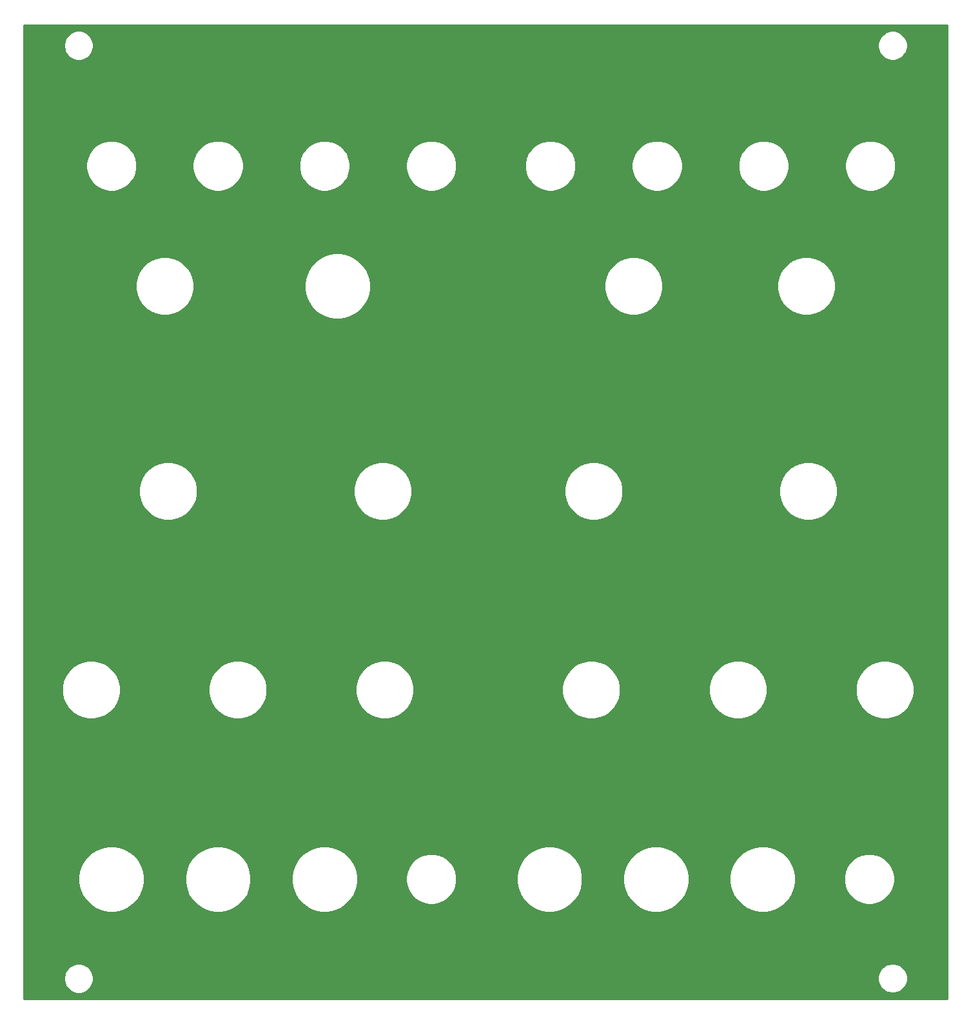
<source format=gtl>
%TF.GenerationSoftware,KiCad,Pcbnew,(5.1.12)-1*%
%TF.CreationDate,2021-11-26T16:51:06-08:00*%
%TF.ProjectId,VCO Front Pannel,56434f20-4672-46f6-9e74-2050616e6e65,rev?*%
%TF.SameCoordinates,Original*%
%TF.FileFunction,Copper,L1,Top*%
%TF.FilePolarity,Positive*%
%FSLAX46Y46*%
G04 Gerber Fmt 4.6, Leading zero omitted, Abs format (unit mm)*
G04 Created by KiCad (PCBNEW (5.1.12)-1) date 2021-11-26 16:51:06*
%MOMM*%
%LPD*%
G01*
G04 APERTURE LIST*
%TA.AperFunction,NonConductor*%
%ADD10C,0.254000*%
%TD*%
%TA.AperFunction,NonConductor*%
%ADD11C,0.100000*%
%TD*%
G04 APERTURE END LIST*
D10*
X153068001Y-152948000D02*
X31852000Y-152948000D01*
X31852000Y-150106710D01*
X37037496Y-150106710D01*
X37037496Y-150493290D01*
X37112914Y-150872441D01*
X37260851Y-151229594D01*
X37475623Y-151551024D01*
X37748976Y-151824377D01*
X38070406Y-152039149D01*
X38427559Y-152187086D01*
X38806710Y-152262504D01*
X39193290Y-152262504D01*
X39572441Y-152187086D01*
X39929594Y-152039149D01*
X40251024Y-151824377D01*
X40524377Y-151551024D01*
X40739149Y-151229594D01*
X40887086Y-150872441D01*
X40962504Y-150493290D01*
X40962504Y-150106710D01*
X40955821Y-150073110D01*
X143937496Y-150073110D01*
X143937496Y-150459690D01*
X144012914Y-150838841D01*
X144160851Y-151195994D01*
X144375623Y-151517424D01*
X144648976Y-151790777D01*
X144970406Y-152005549D01*
X145327559Y-152153486D01*
X145706710Y-152228904D01*
X146093290Y-152228904D01*
X146472441Y-152153486D01*
X146829594Y-152005549D01*
X147151024Y-151790777D01*
X147424377Y-151517424D01*
X147639149Y-151195994D01*
X147787086Y-150838841D01*
X147862504Y-150459690D01*
X147862504Y-150073110D01*
X147787086Y-149693959D01*
X147639149Y-149336806D01*
X147424377Y-149015376D01*
X147151024Y-148742023D01*
X146829594Y-148527251D01*
X146472441Y-148379314D01*
X146093290Y-148303896D01*
X145706710Y-148303896D01*
X145327559Y-148379314D01*
X144970406Y-148527251D01*
X144648976Y-148742023D01*
X144375623Y-149015376D01*
X144160851Y-149336806D01*
X144012914Y-149693959D01*
X143937496Y-150073110D01*
X40955821Y-150073110D01*
X40887086Y-149727559D01*
X40739149Y-149370406D01*
X40524377Y-149048976D01*
X40251024Y-148775623D01*
X39929594Y-148560851D01*
X39572441Y-148412914D01*
X39193290Y-148337496D01*
X38806710Y-148337496D01*
X38427559Y-148412914D01*
X38070406Y-148560851D01*
X37748976Y-148775623D01*
X37475623Y-149048976D01*
X37260851Y-149370406D01*
X37112914Y-149727559D01*
X37037496Y-150106710D01*
X31852000Y-150106710D01*
X31852000Y-136813469D01*
X38956052Y-136813469D01*
X38956052Y-137670531D01*
X39123257Y-138511125D01*
X39451240Y-139302947D01*
X39927398Y-140015567D01*
X40533433Y-140621602D01*
X41246053Y-141097760D01*
X42037875Y-141425743D01*
X42878469Y-141592948D01*
X43735531Y-141592948D01*
X44576125Y-141425743D01*
X45367947Y-141097760D01*
X46080567Y-140621602D01*
X46686602Y-140015567D01*
X47162760Y-139302947D01*
X47490743Y-138511125D01*
X47657948Y-137670531D01*
X47657948Y-136813469D01*
X52956052Y-136813469D01*
X52956052Y-137670531D01*
X53123257Y-138511125D01*
X53451240Y-139302947D01*
X53927398Y-140015567D01*
X54533433Y-140621602D01*
X55246053Y-141097760D01*
X56037875Y-141425743D01*
X56878469Y-141592948D01*
X57735531Y-141592948D01*
X58576125Y-141425743D01*
X59367947Y-141097760D01*
X60080567Y-140621602D01*
X60686602Y-140015567D01*
X61162760Y-139302947D01*
X61490743Y-138511125D01*
X61657948Y-137670531D01*
X61657948Y-136813469D01*
X66956052Y-136813469D01*
X66956052Y-137670531D01*
X67123257Y-138511125D01*
X67451240Y-139302947D01*
X67927398Y-140015567D01*
X68533433Y-140621602D01*
X69246053Y-141097760D01*
X70037875Y-141425743D01*
X70878469Y-141592948D01*
X71735531Y-141592948D01*
X72576125Y-141425743D01*
X73367947Y-141097760D01*
X74080567Y-140621602D01*
X74686602Y-140015567D01*
X75162760Y-139302947D01*
X75490743Y-138511125D01*
X75657948Y-137670531D01*
X75657948Y-136911486D01*
X81951237Y-136911486D01*
X81951237Y-137572514D01*
X82080197Y-138220840D01*
X82333161Y-138831550D01*
X82700409Y-139381174D01*
X83167826Y-139848591D01*
X83717450Y-140215839D01*
X84328160Y-140468803D01*
X84976486Y-140597763D01*
X85637514Y-140597763D01*
X86285840Y-140468803D01*
X86896550Y-140215839D01*
X87446174Y-139848591D01*
X87913591Y-139381174D01*
X88280839Y-138831550D01*
X88533803Y-138220840D01*
X88662763Y-137572514D01*
X88662763Y-136911486D01*
X88643267Y-136813469D01*
X96480052Y-136813469D01*
X96480052Y-137670531D01*
X96647257Y-138511125D01*
X96975240Y-139302947D01*
X97451398Y-140015567D01*
X98057433Y-140621602D01*
X98770053Y-141097760D01*
X99561875Y-141425743D01*
X100402469Y-141592948D01*
X101259531Y-141592948D01*
X102100125Y-141425743D01*
X102891947Y-141097760D01*
X103604567Y-140621602D01*
X104210602Y-140015567D01*
X104686760Y-139302947D01*
X105014743Y-138511125D01*
X105181948Y-137670531D01*
X105181948Y-136813469D01*
X110480052Y-136813469D01*
X110480052Y-137670531D01*
X110647257Y-138511125D01*
X110975240Y-139302947D01*
X111451398Y-140015567D01*
X112057433Y-140621602D01*
X112770053Y-141097760D01*
X113561875Y-141425743D01*
X114402469Y-141592948D01*
X115259531Y-141592948D01*
X116100125Y-141425743D01*
X116891947Y-141097760D01*
X117604567Y-140621602D01*
X118210602Y-140015567D01*
X118686760Y-139302947D01*
X119014743Y-138511125D01*
X119181948Y-137670531D01*
X119181948Y-136813469D01*
X124480052Y-136813469D01*
X124480052Y-137670531D01*
X124647257Y-138511125D01*
X124975240Y-139302947D01*
X125451398Y-140015567D01*
X126057433Y-140621602D01*
X126770053Y-141097760D01*
X127561875Y-141425743D01*
X128402469Y-141592948D01*
X129259531Y-141592948D01*
X130100125Y-141425743D01*
X130891947Y-141097760D01*
X131604567Y-140621602D01*
X132210602Y-140015567D01*
X132686760Y-139302947D01*
X133014743Y-138511125D01*
X133181948Y-137670531D01*
X133181948Y-136911486D01*
X139475237Y-136911486D01*
X139475237Y-137572514D01*
X139604197Y-138220840D01*
X139857161Y-138831550D01*
X140224409Y-139381174D01*
X140691826Y-139848591D01*
X141241450Y-140215839D01*
X141852160Y-140468803D01*
X142500486Y-140597763D01*
X143161514Y-140597763D01*
X143809840Y-140468803D01*
X144420550Y-140215839D01*
X144970174Y-139848591D01*
X145437591Y-139381174D01*
X145804839Y-138831550D01*
X146057803Y-138220840D01*
X146186763Y-137572514D01*
X146186763Y-136911486D01*
X146057803Y-136263160D01*
X145804839Y-135652450D01*
X145437591Y-135102826D01*
X144970174Y-134635409D01*
X144420550Y-134268161D01*
X143809840Y-134015197D01*
X143161514Y-133886237D01*
X142500486Y-133886237D01*
X141852160Y-134015197D01*
X141241450Y-134268161D01*
X140691826Y-134635409D01*
X140224409Y-135102826D01*
X139857161Y-135652450D01*
X139604197Y-136263160D01*
X139475237Y-136911486D01*
X133181948Y-136911486D01*
X133181948Y-136813469D01*
X133014743Y-135972875D01*
X132686760Y-135181053D01*
X132210602Y-134468433D01*
X131604567Y-133862398D01*
X130891947Y-133386240D01*
X130100125Y-133058257D01*
X129259531Y-132891052D01*
X128402469Y-132891052D01*
X127561875Y-133058257D01*
X126770053Y-133386240D01*
X126057433Y-133862398D01*
X125451398Y-134468433D01*
X124975240Y-135181053D01*
X124647257Y-135972875D01*
X124480052Y-136813469D01*
X119181948Y-136813469D01*
X119014743Y-135972875D01*
X118686760Y-135181053D01*
X118210602Y-134468433D01*
X117604567Y-133862398D01*
X116891947Y-133386240D01*
X116100125Y-133058257D01*
X115259531Y-132891052D01*
X114402469Y-132891052D01*
X113561875Y-133058257D01*
X112770053Y-133386240D01*
X112057433Y-133862398D01*
X111451398Y-134468433D01*
X110975240Y-135181053D01*
X110647257Y-135972875D01*
X110480052Y-136813469D01*
X105181948Y-136813469D01*
X105014743Y-135972875D01*
X104686760Y-135181053D01*
X104210602Y-134468433D01*
X103604567Y-133862398D01*
X102891947Y-133386240D01*
X102100125Y-133058257D01*
X101259531Y-132891052D01*
X100402469Y-132891052D01*
X99561875Y-133058257D01*
X98770053Y-133386240D01*
X98057433Y-133862398D01*
X97451398Y-134468433D01*
X96975240Y-135181053D01*
X96647257Y-135972875D01*
X96480052Y-136813469D01*
X88643267Y-136813469D01*
X88533803Y-136263160D01*
X88280839Y-135652450D01*
X87913591Y-135102826D01*
X87446174Y-134635409D01*
X86896550Y-134268161D01*
X86285840Y-134015197D01*
X85637514Y-133886237D01*
X84976486Y-133886237D01*
X84328160Y-134015197D01*
X83717450Y-134268161D01*
X83167826Y-134635409D01*
X82700409Y-135102826D01*
X82333161Y-135652450D01*
X82080197Y-136263160D01*
X81951237Y-136911486D01*
X75657948Y-136911486D01*
X75657948Y-136813469D01*
X75490743Y-135972875D01*
X75162760Y-135181053D01*
X74686602Y-134468433D01*
X74080567Y-133862398D01*
X73367947Y-133386240D01*
X72576125Y-133058257D01*
X71735531Y-132891052D01*
X70878469Y-132891052D01*
X70037875Y-133058257D01*
X69246053Y-133386240D01*
X68533433Y-133862398D01*
X67927398Y-134468433D01*
X67451240Y-135181053D01*
X67123257Y-135972875D01*
X66956052Y-136813469D01*
X61657948Y-136813469D01*
X61490743Y-135972875D01*
X61162760Y-135181053D01*
X60686602Y-134468433D01*
X60080567Y-133862398D01*
X59367947Y-133386240D01*
X58576125Y-133058257D01*
X57735531Y-132891052D01*
X56878469Y-132891052D01*
X56037875Y-133058257D01*
X55246053Y-133386240D01*
X54533433Y-133862398D01*
X53927398Y-134468433D01*
X53451240Y-135181053D01*
X53123257Y-135972875D01*
X52956052Y-136813469D01*
X47657948Y-136813469D01*
X47490743Y-135972875D01*
X47162760Y-135181053D01*
X46686602Y-134468433D01*
X46080567Y-133862398D01*
X45367947Y-133386240D01*
X44576125Y-133058257D01*
X43735531Y-132891052D01*
X42878469Y-132891052D01*
X42037875Y-133058257D01*
X41246053Y-133386240D01*
X40533433Y-133862398D01*
X39927398Y-134468433D01*
X39451240Y-135181053D01*
X39123257Y-135972875D01*
X38956052Y-136813469D01*
X31852000Y-136813469D01*
X31852000Y-112015478D01*
X36786645Y-112015478D01*
X36786645Y-112774522D01*
X36934727Y-113518982D01*
X37225201Y-114220248D01*
X37646904Y-114851371D01*
X38183629Y-115388096D01*
X38814752Y-115809799D01*
X39516018Y-116100273D01*
X40260478Y-116248355D01*
X41019522Y-116248355D01*
X41763982Y-116100273D01*
X42465248Y-115809799D01*
X43096371Y-115388096D01*
X43633096Y-114851371D01*
X44054799Y-114220248D01*
X44345273Y-113518982D01*
X44493355Y-112774522D01*
X44493355Y-112015478D01*
X56056645Y-112015478D01*
X56056645Y-112774522D01*
X56204727Y-113518982D01*
X56495201Y-114220248D01*
X56916904Y-114851371D01*
X57453629Y-115388096D01*
X58084752Y-115809799D01*
X58786018Y-116100273D01*
X59530478Y-116248355D01*
X60289522Y-116248355D01*
X61033982Y-116100273D01*
X61735248Y-115809799D01*
X62366371Y-115388096D01*
X62903096Y-114851371D01*
X63324799Y-114220248D01*
X63615273Y-113518982D01*
X63763355Y-112774522D01*
X63763355Y-112015478D01*
X75326645Y-112015478D01*
X75326645Y-112774522D01*
X75474727Y-113518982D01*
X75765201Y-114220248D01*
X76186904Y-114851371D01*
X76723629Y-115388096D01*
X77354752Y-115809799D01*
X78056018Y-116100273D01*
X78800478Y-116248355D01*
X79559522Y-116248355D01*
X80303982Y-116100273D01*
X81005248Y-115809799D01*
X81636371Y-115388096D01*
X82173096Y-114851371D01*
X82594799Y-114220248D01*
X82885273Y-113518982D01*
X83033355Y-112774522D01*
X83033355Y-112015478D01*
X102470645Y-112015478D01*
X102470645Y-112774522D01*
X102618727Y-113518982D01*
X102909201Y-114220248D01*
X103330904Y-114851371D01*
X103867629Y-115388096D01*
X104498752Y-115809799D01*
X105200018Y-116100273D01*
X105944478Y-116248355D01*
X106703522Y-116248355D01*
X107447982Y-116100273D01*
X108149248Y-115809799D01*
X108780371Y-115388096D01*
X109317096Y-114851371D01*
X109738799Y-114220248D01*
X110029273Y-113518982D01*
X110177355Y-112774522D01*
X110177355Y-112015478D01*
X121740645Y-112015478D01*
X121740645Y-112774522D01*
X121888727Y-113518982D01*
X122179201Y-114220248D01*
X122600904Y-114851371D01*
X123137629Y-115388096D01*
X123768752Y-115809799D01*
X124470018Y-116100273D01*
X125214478Y-116248355D01*
X125973522Y-116248355D01*
X126717982Y-116100273D01*
X127419248Y-115809799D01*
X128050371Y-115388096D01*
X128587096Y-114851371D01*
X129008799Y-114220248D01*
X129299273Y-113518982D01*
X129447355Y-112774522D01*
X129447355Y-112015478D01*
X141010645Y-112015478D01*
X141010645Y-112774522D01*
X141158727Y-113518982D01*
X141449201Y-114220248D01*
X141870904Y-114851371D01*
X142407629Y-115388096D01*
X143038752Y-115809799D01*
X143740018Y-116100273D01*
X144484478Y-116248355D01*
X145243522Y-116248355D01*
X145987982Y-116100273D01*
X146689248Y-115809799D01*
X147320371Y-115388096D01*
X147857096Y-114851371D01*
X148278799Y-114220248D01*
X148569273Y-113518982D01*
X148717355Y-112774522D01*
X148717355Y-112015478D01*
X148569273Y-111271018D01*
X148278799Y-110569752D01*
X147857096Y-109938629D01*
X147320371Y-109401904D01*
X146689248Y-108980201D01*
X145987982Y-108689727D01*
X145243522Y-108541645D01*
X144484478Y-108541645D01*
X143740018Y-108689727D01*
X143038752Y-108980201D01*
X142407629Y-109401904D01*
X141870904Y-109938629D01*
X141449201Y-110569752D01*
X141158727Y-111271018D01*
X141010645Y-112015478D01*
X129447355Y-112015478D01*
X129299273Y-111271018D01*
X129008799Y-110569752D01*
X128587096Y-109938629D01*
X128050371Y-109401904D01*
X127419248Y-108980201D01*
X126717982Y-108689727D01*
X125973522Y-108541645D01*
X125214478Y-108541645D01*
X124470018Y-108689727D01*
X123768752Y-108980201D01*
X123137629Y-109401904D01*
X122600904Y-109938629D01*
X122179201Y-110569752D01*
X121888727Y-111271018D01*
X121740645Y-112015478D01*
X110177355Y-112015478D01*
X110029273Y-111271018D01*
X109738799Y-110569752D01*
X109317096Y-109938629D01*
X108780371Y-109401904D01*
X108149248Y-108980201D01*
X107447982Y-108689727D01*
X106703522Y-108541645D01*
X105944478Y-108541645D01*
X105200018Y-108689727D01*
X104498752Y-108980201D01*
X103867629Y-109401904D01*
X103330904Y-109938629D01*
X102909201Y-110569752D01*
X102618727Y-111271018D01*
X102470645Y-112015478D01*
X83033355Y-112015478D01*
X82885273Y-111271018D01*
X82594799Y-110569752D01*
X82173096Y-109938629D01*
X81636371Y-109401904D01*
X81005248Y-108980201D01*
X80303982Y-108689727D01*
X79559522Y-108541645D01*
X78800478Y-108541645D01*
X78056018Y-108689727D01*
X77354752Y-108980201D01*
X76723629Y-109401904D01*
X76186904Y-109938629D01*
X75765201Y-110569752D01*
X75474727Y-111271018D01*
X75326645Y-112015478D01*
X63763355Y-112015478D01*
X63615273Y-111271018D01*
X63324799Y-110569752D01*
X62903096Y-109938629D01*
X62366371Y-109401904D01*
X61735248Y-108980201D01*
X61033982Y-108689727D01*
X60289522Y-108541645D01*
X59530478Y-108541645D01*
X58786018Y-108689727D01*
X58084752Y-108980201D01*
X57453629Y-109401904D01*
X56916904Y-109938629D01*
X56495201Y-110569752D01*
X56204727Y-111271018D01*
X56056645Y-112015478D01*
X44493355Y-112015478D01*
X44345273Y-111271018D01*
X44054799Y-110569752D01*
X43633096Y-109938629D01*
X43096371Y-109401904D01*
X42465248Y-108980201D01*
X41763982Y-108689727D01*
X41019522Y-108541645D01*
X40260478Y-108541645D01*
X39516018Y-108689727D01*
X38814752Y-108980201D01*
X38183629Y-109401904D01*
X37646904Y-109938629D01*
X37225201Y-110569752D01*
X36934727Y-111271018D01*
X36786645Y-112015478D01*
X31852000Y-112015478D01*
X31852000Y-85915478D01*
X46912645Y-85915478D01*
X46912645Y-86674522D01*
X47060727Y-87418982D01*
X47351201Y-88120248D01*
X47772904Y-88751371D01*
X48309629Y-89288096D01*
X48940752Y-89709799D01*
X49642018Y-90000273D01*
X50386478Y-90148355D01*
X51145522Y-90148355D01*
X51889982Y-90000273D01*
X52591248Y-89709799D01*
X53222371Y-89288096D01*
X53759096Y-88751371D01*
X54180799Y-88120248D01*
X54471273Y-87418982D01*
X54619355Y-86674522D01*
X54619355Y-85915478D01*
X75072645Y-85915478D01*
X75072645Y-86674522D01*
X75220727Y-87418982D01*
X75511201Y-88120248D01*
X75932904Y-88751371D01*
X76469629Y-89288096D01*
X77100752Y-89709799D01*
X77802018Y-90000273D01*
X78546478Y-90148355D01*
X79305522Y-90148355D01*
X80049982Y-90000273D01*
X80751248Y-89709799D01*
X81382371Y-89288096D01*
X81919096Y-88751371D01*
X82340799Y-88120248D01*
X82631273Y-87418982D01*
X82779355Y-86674522D01*
X82779355Y-85915478D01*
X102792645Y-85915478D01*
X102792645Y-86674522D01*
X102940727Y-87418982D01*
X103231201Y-88120248D01*
X103652904Y-88751371D01*
X104189629Y-89288096D01*
X104820752Y-89709799D01*
X105522018Y-90000273D01*
X106266478Y-90148355D01*
X107025522Y-90148355D01*
X107769982Y-90000273D01*
X108471248Y-89709799D01*
X109102371Y-89288096D01*
X109639096Y-88751371D01*
X110060799Y-88120248D01*
X110351273Y-87418982D01*
X110499355Y-86674522D01*
X110499355Y-85915478D01*
X130952645Y-85915478D01*
X130952645Y-86674522D01*
X131100727Y-87418982D01*
X131391201Y-88120248D01*
X131812904Y-88751371D01*
X132349629Y-89288096D01*
X132980752Y-89709799D01*
X133682018Y-90000273D01*
X134426478Y-90148355D01*
X135185522Y-90148355D01*
X135929982Y-90000273D01*
X136631248Y-89709799D01*
X137262371Y-89288096D01*
X137799096Y-88751371D01*
X138220799Y-88120248D01*
X138511273Y-87418982D01*
X138659355Y-86674522D01*
X138659355Y-85915478D01*
X138511273Y-85171018D01*
X138220799Y-84469752D01*
X137799096Y-83838629D01*
X137262371Y-83301904D01*
X136631248Y-82880201D01*
X135929982Y-82589727D01*
X135185522Y-82441645D01*
X134426478Y-82441645D01*
X133682018Y-82589727D01*
X132980752Y-82880201D01*
X132349629Y-83301904D01*
X131812904Y-83838629D01*
X131391201Y-84469752D01*
X131100727Y-85171018D01*
X130952645Y-85915478D01*
X110499355Y-85915478D01*
X110351273Y-85171018D01*
X110060799Y-84469752D01*
X109639096Y-83838629D01*
X109102371Y-83301904D01*
X108471248Y-82880201D01*
X107769982Y-82589727D01*
X107025522Y-82441645D01*
X106266478Y-82441645D01*
X105522018Y-82589727D01*
X104820752Y-82880201D01*
X104189629Y-83301904D01*
X103652904Y-83838629D01*
X103231201Y-84469752D01*
X102940727Y-85171018D01*
X102792645Y-85915478D01*
X82779355Y-85915478D01*
X82631273Y-85171018D01*
X82340799Y-84469752D01*
X81919096Y-83838629D01*
X81382371Y-83301904D01*
X80751248Y-82880201D01*
X80049982Y-82589727D01*
X79305522Y-82441645D01*
X78546478Y-82441645D01*
X77802018Y-82589727D01*
X77100752Y-82880201D01*
X76469629Y-83301904D01*
X75932904Y-83838629D01*
X75511201Y-84469752D01*
X75220727Y-85171018D01*
X75072645Y-85915478D01*
X54619355Y-85915478D01*
X54471273Y-85171018D01*
X54180799Y-84469752D01*
X53759096Y-83838629D01*
X53222371Y-83301904D01*
X52591248Y-82880201D01*
X51889982Y-82589727D01*
X51145522Y-82441645D01*
X50386478Y-82441645D01*
X49642018Y-82589727D01*
X48940752Y-82880201D01*
X48309629Y-83301904D01*
X47772904Y-83838629D01*
X47351201Y-84469752D01*
X47060727Y-85171018D01*
X46912645Y-85915478D01*
X31852000Y-85915478D01*
X31852000Y-59015478D01*
X46453645Y-59015478D01*
X46453645Y-59774522D01*
X46601727Y-60518982D01*
X46892201Y-61220248D01*
X47313904Y-61851371D01*
X47850629Y-62388096D01*
X48481752Y-62809799D01*
X49183018Y-63100273D01*
X49927478Y-63248355D01*
X50686522Y-63248355D01*
X51430982Y-63100273D01*
X52132248Y-62809799D01*
X52763371Y-62388096D01*
X53300096Y-61851371D01*
X53721799Y-61220248D01*
X54012273Y-60518982D01*
X54160355Y-59774522D01*
X54160355Y-59015478D01*
X54150607Y-58966469D01*
X68629052Y-58966469D01*
X68629052Y-59823531D01*
X68796257Y-60664125D01*
X69124240Y-61455947D01*
X69600398Y-62168567D01*
X70206433Y-62774602D01*
X70919053Y-63250760D01*
X71710875Y-63578743D01*
X72551469Y-63745948D01*
X73408531Y-63745948D01*
X74249125Y-63578743D01*
X75040947Y-63250760D01*
X75753567Y-62774602D01*
X76359602Y-62168567D01*
X76835760Y-61455947D01*
X77163743Y-60664125D01*
X77330948Y-59823531D01*
X77330948Y-59015478D01*
X108026645Y-59015478D01*
X108026645Y-59774522D01*
X108174727Y-60518982D01*
X108465201Y-61220248D01*
X108886904Y-61851371D01*
X109423629Y-62388096D01*
X110054752Y-62809799D01*
X110756018Y-63100273D01*
X111500478Y-63248355D01*
X112259522Y-63248355D01*
X113003982Y-63100273D01*
X113705248Y-62809799D01*
X114336371Y-62388096D01*
X114873096Y-61851371D01*
X115294799Y-61220248D01*
X115585273Y-60518982D01*
X115733355Y-59774522D01*
X115733355Y-59015478D01*
X130726645Y-59015478D01*
X130726645Y-59774522D01*
X130874727Y-60518982D01*
X131165201Y-61220248D01*
X131586904Y-61851371D01*
X132123629Y-62388096D01*
X132754752Y-62809799D01*
X133456018Y-63100273D01*
X134200478Y-63248355D01*
X134959522Y-63248355D01*
X135703982Y-63100273D01*
X136405248Y-62809799D01*
X137036371Y-62388096D01*
X137573096Y-61851371D01*
X137994799Y-61220248D01*
X138285273Y-60518982D01*
X138433355Y-59774522D01*
X138433355Y-59015478D01*
X138285273Y-58271018D01*
X137994799Y-57569752D01*
X137573096Y-56938629D01*
X137036371Y-56401904D01*
X136405248Y-55980201D01*
X135703982Y-55689727D01*
X134959522Y-55541645D01*
X134200478Y-55541645D01*
X133456018Y-55689727D01*
X132754752Y-55980201D01*
X132123629Y-56401904D01*
X131586904Y-56938629D01*
X131165201Y-57569752D01*
X130874727Y-58271018D01*
X130726645Y-59015478D01*
X115733355Y-59015478D01*
X115585273Y-58271018D01*
X115294799Y-57569752D01*
X114873096Y-56938629D01*
X114336371Y-56401904D01*
X113705248Y-55980201D01*
X113003982Y-55689727D01*
X112259522Y-55541645D01*
X111500478Y-55541645D01*
X110756018Y-55689727D01*
X110054752Y-55980201D01*
X109423629Y-56401904D01*
X108886904Y-56938629D01*
X108465201Y-57569752D01*
X108174727Y-58271018D01*
X108026645Y-59015478D01*
X77330948Y-59015478D01*
X77330948Y-58966469D01*
X77163743Y-58125875D01*
X76835760Y-57334053D01*
X76359602Y-56621433D01*
X75753567Y-56015398D01*
X75040947Y-55539240D01*
X74249125Y-55211257D01*
X73408531Y-55044052D01*
X72551469Y-55044052D01*
X71710875Y-55211257D01*
X70919053Y-55539240D01*
X70206433Y-56015398D01*
X69600398Y-56621433D01*
X69124240Y-57334053D01*
X68796257Y-58125875D01*
X68629052Y-58966469D01*
X54150607Y-58966469D01*
X54012273Y-58271018D01*
X53721799Y-57569752D01*
X53300096Y-56938629D01*
X52763371Y-56401904D01*
X52132248Y-55980201D01*
X51430982Y-55689727D01*
X50686522Y-55541645D01*
X49927478Y-55541645D01*
X49183018Y-55689727D01*
X48481752Y-55980201D01*
X47850629Y-56401904D01*
X47313904Y-56938629D01*
X46892201Y-57569752D01*
X46601727Y-58271018D01*
X46453645Y-59015478D01*
X31852000Y-59015478D01*
X31852000Y-43269486D01*
X39951237Y-43269486D01*
X39951237Y-43930514D01*
X40080197Y-44578840D01*
X40333161Y-45189550D01*
X40700409Y-45739174D01*
X41167826Y-46206591D01*
X41717450Y-46573839D01*
X42328160Y-46826803D01*
X42976486Y-46955763D01*
X43637514Y-46955763D01*
X44285840Y-46826803D01*
X44896550Y-46573839D01*
X45446174Y-46206591D01*
X45913591Y-45739174D01*
X46280839Y-45189550D01*
X46533803Y-44578840D01*
X46662763Y-43930514D01*
X46662763Y-43269486D01*
X53951237Y-43269486D01*
X53951237Y-43930514D01*
X54080197Y-44578840D01*
X54333161Y-45189550D01*
X54700409Y-45739174D01*
X55167826Y-46206591D01*
X55717450Y-46573839D01*
X56328160Y-46826803D01*
X56976486Y-46955763D01*
X57637514Y-46955763D01*
X58285840Y-46826803D01*
X58896550Y-46573839D01*
X59446174Y-46206591D01*
X59913591Y-45739174D01*
X60280839Y-45189550D01*
X60533803Y-44578840D01*
X60662763Y-43930514D01*
X60662763Y-43269486D01*
X67951237Y-43269486D01*
X67951237Y-43930514D01*
X68080197Y-44578840D01*
X68333161Y-45189550D01*
X68700409Y-45739174D01*
X69167826Y-46206591D01*
X69717450Y-46573839D01*
X70328160Y-46826803D01*
X70976486Y-46955763D01*
X71637514Y-46955763D01*
X72285840Y-46826803D01*
X72896550Y-46573839D01*
X73446174Y-46206591D01*
X73913591Y-45739174D01*
X74280839Y-45189550D01*
X74533803Y-44578840D01*
X74662763Y-43930514D01*
X74662763Y-43269486D01*
X81951237Y-43269486D01*
X81951237Y-43930514D01*
X82080197Y-44578840D01*
X82333161Y-45189550D01*
X82700409Y-45739174D01*
X83167826Y-46206591D01*
X83717450Y-46573839D01*
X84328160Y-46826803D01*
X84976486Y-46955763D01*
X85637514Y-46955763D01*
X86285840Y-46826803D01*
X86896550Y-46573839D01*
X87446174Y-46206591D01*
X87913591Y-45739174D01*
X88280839Y-45189550D01*
X88533803Y-44578840D01*
X88662763Y-43930514D01*
X88662763Y-43269486D01*
X97602237Y-43269486D01*
X97602237Y-43930514D01*
X97731197Y-44578840D01*
X97984161Y-45189550D01*
X98351409Y-45739174D01*
X98818826Y-46206591D01*
X99368450Y-46573839D01*
X99979160Y-46826803D01*
X100627486Y-46955763D01*
X101288514Y-46955763D01*
X101936840Y-46826803D01*
X102547550Y-46573839D01*
X103097174Y-46206591D01*
X103564591Y-45739174D01*
X103931839Y-45189550D01*
X104184803Y-44578840D01*
X104313763Y-43930514D01*
X104313763Y-43269486D01*
X111602237Y-43269486D01*
X111602237Y-43930514D01*
X111731197Y-44578840D01*
X111984161Y-45189550D01*
X112351409Y-45739174D01*
X112818826Y-46206591D01*
X113368450Y-46573839D01*
X113979160Y-46826803D01*
X114627486Y-46955763D01*
X115288514Y-46955763D01*
X115936840Y-46826803D01*
X116547550Y-46573839D01*
X117097174Y-46206591D01*
X117564591Y-45739174D01*
X117931839Y-45189550D01*
X118184803Y-44578840D01*
X118313763Y-43930514D01*
X118313763Y-43269486D01*
X125602237Y-43269486D01*
X125602237Y-43930514D01*
X125731197Y-44578840D01*
X125984161Y-45189550D01*
X126351409Y-45739174D01*
X126818826Y-46206591D01*
X127368450Y-46573839D01*
X127979160Y-46826803D01*
X128627486Y-46955763D01*
X129288514Y-46955763D01*
X129936840Y-46826803D01*
X130547550Y-46573839D01*
X131097174Y-46206591D01*
X131564591Y-45739174D01*
X131931839Y-45189550D01*
X132184803Y-44578840D01*
X132313763Y-43930514D01*
X132313763Y-43269486D01*
X139602237Y-43269486D01*
X139602237Y-43930514D01*
X139731197Y-44578840D01*
X139984161Y-45189550D01*
X140351409Y-45739174D01*
X140818826Y-46206591D01*
X141368450Y-46573839D01*
X141979160Y-46826803D01*
X142627486Y-46955763D01*
X143288514Y-46955763D01*
X143936840Y-46826803D01*
X144547550Y-46573839D01*
X145097174Y-46206591D01*
X145564591Y-45739174D01*
X145931839Y-45189550D01*
X146184803Y-44578840D01*
X146313763Y-43930514D01*
X146313763Y-43269486D01*
X146184803Y-42621160D01*
X145931839Y-42010450D01*
X145564591Y-41460826D01*
X145097174Y-40993409D01*
X144547550Y-40626161D01*
X143936840Y-40373197D01*
X143288514Y-40244237D01*
X142627486Y-40244237D01*
X141979160Y-40373197D01*
X141368450Y-40626161D01*
X140818826Y-40993409D01*
X140351409Y-41460826D01*
X139984161Y-42010450D01*
X139731197Y-42621160D01*
X139602237Y-43269486D01*
X132313763Y-43269486D01*
X132184803Y-42621160D01*
X131931839Y-42010450D01*
X131564591Y-41460826D01*
X131097174Y-40993409D01*
X130547550Y-40626161D01*
X129936840Y-40373197D01*
X129288514Y-40244237D01*
X128627486Y-40244237D01*
X127979160Y-40373197D01*
X127368450Y-40626161D01*
X126818826Y-40993409D01*
X126351409Y-41460826D01*
X125984161Y-42010450D01*
X125731197Y-42621160D01*
X125602237Y-43269486D01*
X118313763Y-43269486D01*
X118184803Y-42621160D01*
X117931839Y-42010450D01*
X117564591Y-41460826D01*
X117097174Y-40993409D01*
X116547550Y-40626161D01*
X115936840Y-40373197D01*
X115288514Y-40244237D01*
X114627486Y-40244237D01*
X113979160Y-40373197D01*
X113368450Y-40626161D01*
X112818826Y-40993409D01*
X112351409Y-41460826D01*
X111984161Y-42010450D01*
X111731197Y-42621160D01*
X111602237Y-43269486D01*
X104313763Y-43269486D01*
X104184803Y-42621160D01*
X103931839Y-42010450D01*
X103564591Y-41460826D01*
X103097174Y-40993409D01*
X102547550Y-40626161D01*
X101936840Y-40373197D01*
X101288514Y-40244237D01*
X100627486Y-40244237D01*
X99979160Y-40373197D01*
X99368450Y-40626161D01*
X98818826Y-40993409D01*
X98351409Y-41460826D01*
X97984161Y-42010450D01*
X97731197Y-42621160D01*
X97602237Y-43269486D01*
X88662763Y-43269486D01*
X88533803Y-42621160D01*
X88280839Y-42010450D01*
X87913591Y-41460826D01*
X87446174Y-40993409D01*
X86896550Y-40626161D01*
X86285840Y-40373197D01*
X85637514Y-40244237D01*
X84976486Y-40244237D01*
X84328160Y-40373197D01*
X83717450Y-40626161D01*
X83167826Y-40993409D01*
X82700409Y-41460826D01*
X82333161Y-42010450D01*
X82080197Y-42621160D01*
X81951237Y-43269486D01*
X74662763Y-43269486D01*
X74533803Y-42621160D01*
X74280839Y-42010450D01*
X73913591Y-41460826D01*
X73446174Y-40993409D01*
X72896550Y-40626161D01*
X72285840Y-40373197D01*
X71637514Y-40244237D01*
X70976486Y-40244237D01*
X70328160Y-40373197D01*
X69717450Y-40626161D01*
X69167826Y-40993409D01*
X68700409Y-41460826D01*
X68333161Y-42010450D01*
X68080197Y-42621160D01*
X67951237Y-43269486D01*
X60662763Y-43269486D01*
X60533803Y-42621160D01*
X60280839Y-42010450D01*
X59913591Y-41460826D01*
X59446174Y-40993409D01*
X58896550Y-40626161D01*
X58285840Y-40373197D01*
X57637514Y-40244237D01*
X56976486Y-40244237D01*
X56328160Y-40373197D01*
X55717450Y-40626161D01*
X55167826Y-40993409D01*
X54700409Y-41460826D01*
X54333161Y-42010450D01*
X54080197Y-42621160D01*
X53951237Y-43269486D01*
X46662763Y-43269486D01*
X46533803Y-42621160D01*
X46280839Y-42010450D01*
X45913591Y-41460826D01*
X45446174Y-40993409D01*
X44896550Y-40626161D01*
X44285840Y-40373197D01*
X43637514Y-40244237D01*
X42976486Y-40244237D01*
X42328160Y-40373197D01*
X41717450Y-40626161D01*
X41167826Y-40993409D01*
X40700409Y-41460826D01*
X40333161Y-42010450D01*
X40080197Y-42621160D01*
X39951237Y-43269486D01*
X31852000Y-43269486D01*
X31852000Y-27606710D01*
X37037496Y-27606710D01*
X37037496Y-27993290D01*
X37112914Y-28372441D01*
X37260851Y-28729594D01*
X37475623Y-29051024D01*
X37748976Y-29324377D01*
X38070406Y-29539149D01*
X38427559Y-29687086D01*
X38806710Y-29762504D01*
X39193290Y-29762504D01*
X39572441Y-29687086D01*
X39929594Y-29539149D01*
X40251024Y-29324377D01*
X40524377Y-29051024D01*
X40739149Y-28729594D01*
X40887086Y-28372441D01*
X40962504Y-27993290D01*
X40962504Y-27606710D01*
X143937496Y-27606710D01*
X143937496Y-27993290D01*
X144012914Y-28372441D01*
X144160851Y-28729594D01*
X144375623Y-29051024D01*
X144648976Y-29324377D01*
X144970406Y-29539149D01*
X145327559Y-29687086D01*
X145706710Y-29762504D01*
X146093290Y-29762504D01*
X146472441Y-29687086D01*
X146829594Y-29539149D01*
X147151024Y-29324377D01*
X147424377Y-29051024D01*
X147639149Y-28729594D01*
X147787086Y-28372441D01*
X147862504Y-27993290D01*
X147862504Y-27606710D01*
X147787086Y-27227559D01*
X147639149Y-26870406D01*
X147424377Y-26548976D01*
X147151024Y-26275623D01*
X146829594Y-26060851D01*
X146472441Y-25912914D01*
X146093290Y-25837496D01*
X145706710Y-25837496D01*
X145327559Y-25912914D01*
X144970406Y-26060851D01*
X144648976Y-26275623D01*
X144375623Y-26548976D01*
X144160851Y-26870406D01*
X144012914Y-27227559D01*
X143937496Y-27606710D01*
X40962504Y-27606710D01*
X40887086Y-27227559D01*
X40739149Y-26870406D01*
X40524377Y-26548976D01*
X40251024Y-26275623D01*
X39929594Y-26060851D01*
X39572441Y-25912914D01*
X39193290Y-25837496D01*
X38806710Y-25837496D01*
X38427559Y-25912914D01*
X38070406Y-26060851D01*
X37748976Y-26275623D01*
X37475623Y-26548976D01*
X37260851Y-26870406D01*
X37112914Y-27227559D01*
X37037496Y-27606710D01*
X31852000Y-27606710D01*
X31852000Y-25152000D01*
X153068000Y-25152000D01*
X153068001Y-152948000D01*
%TA.AperFunction,NonConductor*%
D11*
G36*
X153068001Y-152948000D02*
G01*
X31852000Y-152948000D01*
X31852000Y-150106710D01*
X37037496Y-150106710D01*
X37037496Y-150493290D01*
X37112914Y-150872441D01*
X37260851Y-151229594D01*
X37475623Y-151551024D01*
X37748976Y-151824377D01*
X38070406Y-152039149D01*
X38427559Y-152187086D01*
X38806710Y-152262504D01*
X39193290Y-152262504D01*
X39572441Y-152187086D01*
X39929594Y-152039149D01*
X40251024Y-151824377D01*
X40524377Y-151551024D01*
X40739149Y-151229594D01*
X40887086Y-150872441D01*
X40962504Y-150493290D01*
X40962504Y-150106710D01*
X40955821Y-150073110D01*
X143937496Y-150073110D01*
X143937496Y-150459690D01*
X144012914Y-150838841D01*
X144160851Y-151195994D01*
X144375623Y-151517424D01*
X144648976Y-151790777D01*
X144970406Y-152005549D01*
X145327559Y-152153486D01*
X145706710Y-152228904D01*
X146093290Y-152228904D01*
X146472441Y-152153486D01*
X146829594Y-152005549D01*
X147151024Y-151790777D01*
X147424377Y-151517424D01*
X147639149Y-151195994D01*
X147787086Y-150838841D01*
X147862504Y-150459690D01*
X147862504Y-150073110D01*
X147787086Y-149693959D01*
X147639149Y-149336806D01*
X147424377Y-149015376D01*
X147151024Y-148742023D01*
X146829594Y-148527251D01*
X146472441Y-148379314D01*
X146093290Y-148303896D01*
X145706710Y-148303896D01*
X145327559Y-148379314D01*
X144970406Y-148527251D01*
X144648976Y-148742023D01*
X144375623Y-149015376D01*
X144160851Y-149336806D01*
X144012914Y-149693959D01*
X143937496Y-150073110D01*
X40955821Y-150073110D01*
X40887086Y-149727559D01*
X40739149Y-149370406D01*
X40524377Y-149048976D01*
X40251024Y-148775623D01*
X39929594Y-148560851D01*
X39572441Y-148412914D01*
X39193290Y-148337496D01*
X38806710Y-148337496D01*
X38427559Y-148412914D01*
X38070406Y-148560851D01*
X37748976Y-148775623D01*
X37475623Y-149048976D01*
X37260851Y-149370406D01*
X37112914Y-149727559D01*
X37037496Y-150106710D01*
X31852000Y-150106710D01*
X31852000Y-136813469D01*
X38956052Y-136813469D01*
X38956052Y-137670531D01*
X39123257Y-138511125D01*
X39451240Y-139302947D01*
X39927398Y-140015567D01*
X40533433Y-140621602D01*
X41246053Y-141097760D01*
X42037875Y-141425743D01*
X42878469Y-141592948D01*
X43735531Y-141592948D01*
X44576125Y-141425743D01*
X45367947Y-141097760D01*
X46080567Y-140621602D01*
X46686602Y-140015567D01*
X47162760Y-139302947D01*
X47490743Y-138511125D01*
X47657948Y-137670531D01*
X47657948Y-136813469D01*
X52956052Y-136813469D01*
X52956052Y-137670531D01*
X53123257Y-138511125D01*
X53451240Y-139302947D01*
X53927398Y-140015567D01*
X54533433Y-140621602D01*
X55246053Y-141097760D01*
X56037875Y-141425743D01*
X56878469Y-141592948D01*
X57735531Y-141592948D01*
X58576125Y-141425743D01*
X59367947Y-141097760D01*
X60080567Y-140621602D01*
X60686602Y-140015567D01*
X61162760Y-139302947D01*
X61490743Y-138511125D01*
X61657948Y-137670531D01*
X61657948Y-136813469D01*
X66956052Y-136813469D01*
X66956052Y-137670531D01*
X67123257Y-138511125D01*
X67451240Y-139302947D01*
X67927398Y-140015567D01*
X68533433Y-140621602D01*
X69246053Y-141097760D01*
X70037875Y-141425743D01*
X70878469Y-141592948D01*
X71735531Y-141592948D01*
X72576125Y-141425743D01*
X73367947Y-141097760D01*
X74080567Y-140621602D01*
X74686602Y-140015567D01*
X75162760Y-139302947D01*
X75490743Y-138511125D01*
X75657948Y-137670531D01*
X75657948Y-136911486D01*
X81951237Y-136911486D01*
X81951237Y-137572514D01*
X82080197Y-138220840D01*
X82333161Y-138831550D01*
X82700409Y-139381174D01*
X83167826Y-139848591D01*
X83717450Y-140215839D01*
X84328160Y-140468803D01*
X84976486Y-140597763D01*
X85637514Y-140597763D01*
X86285840Y-140468803D01*
X86896550Y-140215839D01*
X87446174Y-139848591D01*
X87913591Y-139381174D01*
X88280839Y-138831550D01*
X88533803Y-138220840D01*
X88662763Y-137572514D01*
X88662763Y-136911486D01*
X88643267Y-136813469D01*
X96480052Y-136813469D01*
X96480052Y-137670531D01*
X96647257Y-138511125D01*
X96975240Y-139302947D01*
X97451398Y-140015567D01*
X98057433Y-140621602D01*
X98770053Y-141097760D01*
X99561875Y-141425743D01*
X100402469Y-141592948D01*
X101259531Y-141592948D01*
X102100125Y-141425743D01*
X102891947Y-141097760D01*
X103604567Y-140621602D01*
X104210602Y-140015567D01*
X104686760Y-139302947D01*
X105014743Y-138511125D01*
X105181948Y-137670531D01*
X105181948Y-136813469D01*
X110480052Y-136813469D01*
X110480052Y-137670531D01*
X110647257Y-138511125D01*
X110975240Y-139302947D01*
X111451398Y-140015567D01*
X112057433Y-140621602D01*
X112770053Y-141097760D01*
X113561875Y-141425743D01*
X114402469Y-141592948D01*
X115259531Y-141592948D01*
X116100125Y-141425743D01*
X116891947Y-141097760D01*
X117604567Y-140621602D01*
X118210602Y-140015567D01*
X118686760Y-139302947D01*
X119014743Y-138511125D01*
X119181948Y-137670531D01*
X119181948Y-136813469D01*
X124480052Y-136813469D01*
X124480052Y-137670531D01*
X124647257Y-138511125D01*
X124975240Y-139302947D01*
X125451398Y-140015567D01*
X126057433Y-140621602D01*
X126770053Y-141097760D01*
X127561875Y-141425743D01*
X128402469Y-141592948D01*
X129259531Y-141592948D01*
X130100125Y-141425743D01*
X130891947Y-141097760D01*
X131604567Y-140621602D01*
X132210602Y-140015567D01*
X132686760Y-139302947D01*
X133014743Y-138511125D01*
X133181948Y-137670531D01*
X133181948Y-136911486D01*
X139475237Y-136911486D01*
X139475237Y-137572514D01*
X139604197Y-138220840D01*
X139857161Y-138831550D01*
X140224409Y-139381174D01*
X140691826Y-139848591D01*
X141241450Y-140215839D01*
X141852160Y-140468803D01*
X142500486Y-140597763D01*
X143161514Y-140597763D01*
X143809840Y-140468803D01*
X144420550Y-140215839D01*
X144970174Y-139848591D01*
X145437591Y-139381174D01*
X145804839Y-138831550D01*
X146057803Y-138220840D01*
X146186763Y-137572514D01*
X146186763Y-136911486D01*
X146057803Y-136263160D01*
X145804839Y-135652450D01*
X145437591Y-135102826D01*
X144970174Y-134635409D01*
X144420550Y-134268161D01*
X143809840Y-134015197D01*
X143161514Y-133886237D01*
X142500486Y-133886237D01*
X141852160Y-134015197D01*
X141241450Y-134268161D01*
X140691826Y-134635409D01*
X140224409Y-135102826D01*
X139857161Y-135652450D01*
X139604197Y-136263160D01*
X139475237Y-136911486D01*
X133181948Y-136911486D01*
X133181948Y-136813469D01*
X133014743Y-135972875D01*
X132686760Y-135181053D01*
X132210602Y-134468433D01*
X131604567Y-133862398D01*
X130891947Y-133386240D01*
X130100125Y-133058257D01*
X129259531Y-132891052D01*
X128402469Y-132891052D01*
X127561875Y-133058257D01*
X126770053Y-133386240D01*
X126057433Y-133862398D01*
X125451398Y-134468433D01*
X124975240Y-135181053D01*
X124647257Y-135972875D01*
X124480052Y-136813469D01*
X119181948Y-136813469D01*
X119014743Y-135972875D01*
X118686760Y-135181053D01*
X118210602Y-134468433D01*
X117604567Y-133862398D01*
X116891947Y-133386240D01*
X116100125Y-133058257D01*
X115259531Y-132891052D01*
X114402469Y-132891052D01*
X113561875Y-133058257D01*
X112770053Y-133386240D01*
X112057433Y-133862398D01*
X111451398Y-134468433D01*
X110975240Y-135181053D01*
X110647257Y-135972875D01*
X110480052Y-136813469D01*
X105181948Y-136813469D01*
X105014743Y-135972875D01*
X104686760Y-135181053D01*
X104210602Y-134468433D01*
X103604567Y-133862398D01*
X102891947Y-133386240D01*
X102100125Y-133058257D01*
X101259531Y-132891052D01*
X100402469Y-132891052D01*
X99561875Y-133058257D01*
X98770053Y-133386240D01*
X98057433Y-133862398D01*
X97451398Y-134468433D01*
X96975240Y-135181053D01*
X96647257Y-135972875D01*
X96480052Y-136813469D01*
X88643267Y-136813469D01*
X88533803Y-136263160D01*
X88280839Y-135652450D01*
X87913591Y-135102826D01*
X87446174Y-134635409D01*
X86896550Y-134268161D01*
X86285840Y-134015197D01*
X85637514Y-133886237D01*
X84976486Y-133886237D01*
X84328160Y-134015197D01*
X83717450Y-134268161D01*
X83167826Y-134635409D01*
X82700409Y-135102826D01*
X82333161Y-135652450D01*
X82080197Y-136263160D01*
X81951237Y-136911486D01*
X75657948Y-136911486D01*
X75657948Y-136813469D01*
X75490743Y-135972875D01*
X75162760Y-135181053D01*
X74686602Y-134468433D01*
X74080567Y-133862398D01*
X73367947Y-133386240D01*
X72576125Y-133058257D01*
X71735531Y-132891052D01*
X70878469Y-132891052D01*
X70037875Y-133058257D01*
X69246053Y-133386240D01*
X68533433Y-133862398D01*
X67927398Y-134468433D01*
X67451240Y-135181053D01*
X67123257Y-135972875D01*
X66956052Y-136813469D01*
X61657948Y-136813469D01*
X61490743Y-135972875D01*
X61162760Y-135181053D01*
X60686602Y-134468433D01*
X60080567Y-133862398D01*
X59367947Y-133386240D01*
X58576125Y-133058257D01*
X57735531Y-132891052D01*
X56878469Y-132891052D01*
X56037875Y-133058257D01*
X55246053Y-133386240D01*
X54533433Y-133862398D01*
X53927398Y-134468433D01*
X53451240Y-135181053D01*
X53123257Y-135972875D01*
X52956052Y-136813469D01*
X47657948Y-136813469D01*
X47490743Y-135972875D01*
X47162760Y-135181053D01*
X46686602Y-134468433D01*
X46080567Y-133862398D01*
X45367947Y-133386240D01*
X44576125Y-133058257D01*
X43735531Y-132891052D01*
X42878469Y-132891052D01*
X42037875Y-133058257D01*
X41246053Y-133386240D01*
X40533433Y-133862398D01*
X39927398Y-134468433D01*
X39451240Y-135181053D01*
X39123257Y-135972875D01*
X38956052Y-136813469D01*
X31852000Y-136813469D01*
X31852000Y-112015478D01*
X36786645Y-112015478D01*
X36786645Y-112774522D01*
X36934727Y-113518982D01*
X37225201Y-114220248D01*
X37646904Y-114851371D01*
X38183629Y-115388096D01*
X38814752Y-115809799D01*
X39516018Y-116100273D01*
X40260478Y-116248355D01*
X41019522Y-116248355D01*
X41763982Y-116100273D01*
X42465248Y-115809799D01*
X43096371Y-115388096D01*
X43633096Y-114851371D01*
X44054799Y-114220248D01*
X44345273Y-113518982D01*
X44493355Y-112774522D01*
X44493355Y-112015478D01*
X56056645Y-112015478D01*
X56056645Y-112774522D01*
X56204727Y-113518982D01*
X56495201Y-114220248D01*
X56916904Y-114851371D01*
X57453629Y-115388096D01*
X58084752Y-115809799D01*
X58786018Y-116100273D01*
X59530478Y-116248355D01*
X60289522Y-116248355D01*
X61033982Y-116100273D01*
X61735248Y-115809799D01*
X62366371Y-115388096D01*
X62903096Y-114851371D01*
X63324799Y-114220248D01*
X63615273Y-113518982D01*
X63763355Y-112774522D01*
X63763355Y-112015478D01*
X75326645Y-112015478D01*
X75326645Y-112774522D01*
X75474727Y-113518982D01*
X75765201Y-114220248D01*
X76186904Y-114851371D01*
X76723629Y-115388096D01*
X77354752Y-115809799D01*
X78056018Y-116100273D01*
X78800478Y-116248355D01*
X79559522Y-116248355D01*
X80303982Y-116100273D01*
X81005248Y-115809799D01*
X81636371Y-115388096D01*
X82173096Y-114851371D01*
X82594799Y-114220248D01*
X82885273Y-113518982D01*
X83033355Y-112774522D01*
X83033355Y-112015478D01*
X102470645Y-112015478D01*
X102470645Y-112774522D01*
X102618727Y-113518982D01*
X102909201Y-114220248D01*
X103330904Y-114851371D01*
X103867629Y-115388096D01*
X104498752Y-115809799D01*
X105200018Y-116100273D01*
X105944478Y-116248355D01*
X106703522Y-116248355D01*
X107447982Y-116100273D01*
X108149248Y-115809799D01*
X108780371Y-115388096D01*
X109317096Y-114851371D01*
X109738799Y-114220248D01*
X110029273Y-113518982D01*
X110177355Y-112774522D01*
X110177355Y-112015478D01*
X121740645Y-112015478D01*
X121740645Y-112774522D01*
X121888727Y-113518982D01*
X122179201Y-114220248D01*
X122600904Y-114851371D01*
X123137629Y-115388096D01*
X123768752Y-115809799D01*
X124470018Y-116100273D01*
X125214478Y-116248355D01*
X125973522Y-116248355D01*
X126717982Y-116100273D01*
X127419248Y-115809799D01*
X128050371Y-115388096D01*
X128587096Y-114851371D01*
X129008799Y-114220248D01*
X129299273Y-113518982D01*
X129447355Y-112774522D01*
X129447355Y-112015478D01*
X141010645Y-112015478D01*
X141010645Y-112774522D01*
X141158727Y-113518982D01*
X141449201Y-114220248D01*
X141870904Y-114851371D01*
X142407629Y-115388096D01*
X143038752Y-115809799D01*
X143740018Y-116100273D01*
X144484478Y-116248355D01*
X145243522Y-116248355D01*
X145987982Y-116100273D01*
X146689248Y-115809799D01*
X147320371Y-115388096D01*
X147857096Y-114851371D01*
X148278799Y-114220248D01*
X148569273Y-113518982D01*
X148717355Y-112774522D01*
X148717355Y-112015478D01*
X148569273Y-111271018D01*
X148278799Y-110569752D01*
X147857096Y-109938629D01*
X147320371Y-109401904D01*
X146689248Y-108980201D01*
X145987982Y-108689727D01*
X145243522Y-108541645D01*
X144484478Y-108541645D01*
X143740018Y-108689727D01*
X143038752Y-108980201D01*
X142407629Y-109401904D01*
X141870904Y-109938629D01*
X141449201Y-110569752D01*
X141158727Y-111271018D01*
X141010645Y-112015478D01*
X129447355Y-112015478D01*
X129299273Y-111271018D01*
X129008799Y-110569752D01*
X128587096Y-109938629D01*
X128050371Y-109401904D01*
X127419248Y-108980201D01*
X126717982Y-108689727D01*
X125973522Y-108541645D01*
X125214478Y-108541645D01*
X124470018Y-108689727D01*
X123768752Y-108980201D01*
X123137629Y-109401904D01*
X122600904Y-109938629D01*
X122179201Y-110569752D01*
X121888727Y-111271018D01*
X121740645Y-112015478D01*
X110177355Y-112015478D01*
X110029273Y-111271018D01*
X109738799Y-110569752D01*
X109317096Y-109938629D01*
X108780371Y-109401904D01*
X108149248Y-108980201D01*
X107447982Y-108689727D01*
X106703522Y-108541645D01*
X105944478Y-108541645D01*
X105200018Y-108689727D01*
X104498752Y-108980201D01*
X103867629Y-109401904D01*
X103330904Y-109938629D01*
X102909201Y-110569752D01*
X102618727Y-111271018D01*
X102470645Y-112015478D01*
X83033355Y-112015478D01*
X82885273Y-111271018D01*
X82594799Y-110569752D01*
X82173096Y-109938629D01*
X81636371Y-109401904D01*
X81005248Y-108980201D01*
X80303982Y-108689727D01*
X79559522Y-108541645D01*
X78800478Y-108541645D01*
X78056018Y-108689727D01*
X77354752Y-108980201D01*
X76723629Y-109401904D01*
X76186904Y-109938629D01*
X75765201Y-110569752D01*
X75474727Y-111271018D01*
X75326645Y-112015478D01*
X63763355Y-112015478D01*
X63615273Y-111271018D01*
X63324799Y-110569752D01*
X62903096Y-109938629D01*
X62366371Y-109401904D01*
X61735248Y-108980201D01*
X61033982Y-108689727D01*
X60289522Y-108541645D01*
X59530478Y-108541645D01*
X58786018Y-108689727D01*
X58084752Y-108980201D01*
X57453629Y-109401904D01*
X56916904Y-109938629D01*
X56495201Y-110569752D01*
X56204727Y-111271018D01*
X56056645Y-112015478D01*
X44493355Y-112015478D01*
X44345273Y-111271018D01*
X44054799Y-110569752D01*
X43633096Y-109938629D01*
X43096371Y-109401904D01*
X42465248Y-108980201D01*
X41763982Y-108689727D01*
X41019522Y-108541645D01*
X40260478Y-108541645D01*
X39516018Y-108689727D01*
X38814752Y-108980201D01*
X38183629Y-109401904D01*
X37646904Y-109938629D01*
X37225201Y-110569752D01*
X36934727Y-111271018D01*
X36786645Y-112015478D01*
X31852000Y-112015478D01*
X31852000Y-85915478D01*
X46912645Y-85915478D01*
X46912645Y-86674522D01*
X47060727Y-87418982D01*
X47351201Y-88120248D01*
X47772904Y-88751371D01*
X48309629Y-89288096D01*
X48940752Y-89709799D01*
X49642018Y-90000273D01*
X50386478Y-90148355D01*
X51145522Y-90148355D01*
X51889982Y-90000273D01*
X52591248Y-89709799D01*
X53222371Y-89288096D01*
X53759096Y-88751371D01*
X54180799Y-88120248D01*
X54471273Y-87418982D01*
X54619355Y-86674522D01*
X54619355Y-85915478D01*
X75072645Y-85915478D01*
X75072645Y-86674522D01*
X75220727Y-87418982D01*
X75511201Y-88120248D01*
X75932904Y-88751371D01*
X76469629Y-89288096D01*
X77100752Y-89709799D01*
X77802018Y-90000273D01*
X78546478Y-90148355D01*
X79305522Y-90148355D01*
X80049982Y-90000273D01*
X80751248Y-89709799D01*
X81382371Y-89288096D01*
X81919096Y-88751371D01*
X82340799Y-88120248D01*
X82631273Y-87418982D01*
X82779355Y-86674522D01*
X82779355Y-85915478D01*
X102792645Y-85915478D01*
X102792645Y-86674522D01*
X102940727Y-87418982D01*
X103231201Y-88120248D01*
X103652904Y-88751371D01*
X104189629Y-89288096D01*
X104820752Y-89709799D01*
X105522018Y-90000273D01*
X106266478Y-90148355D01*
X107025522Y-90148355D01*
X107769982Y-90000273D01*
X108471248Y-89709799D01*
X109102371Y-89288096D01*
X109639096Y-88751371D01*
X110060799Y-88120248D01*
X110351273Y-87418982D01*
X110499355Y-86674522D01*
X110499355Y-85915478D01*
X130952645Y-85915478D01*
X130952645Y-86674522D01*
X131100727Y-87418982D01*
X131391201Y-88120248D01*
X131812904Y-88751371D01*
X132349629Y-89288096D01*
X132980752Y-89709799D01*
X133682018Y-90000273D01*
X134426478Y-90148355D01*
X135185522Y-90148355D01*
X135929982Y-90000273D01*
X136631248Y-89709799D01*
X137262371Y-89288096D01*
X137799096Y-88751371D01*
X138220799Y-88120248D01*
X138511273Y-87418982D01*
X138659355Y-86674522D01*
X138659355Y-85915478D01*
X138511273Y-85171018D01*
X138220799Y-84469752D01*
X137799096Y-83838629D01*
X137262371Y-83301904D01*
X136631248Y-82880201D01*
X135929982Y-82589727D01*
X135185522Y-82441645D01*
X134426478Y-82441645D01*
X133682018Y-82589727D01*
X132980752Y-82880201D01*
X132349629Y-83301904D01*
X131812904Y-83838629D01*
X131391201Y-84469752D01*
X131100727Y-85171018D01*
X130952645Y-85915478D01*
X110499355Y-85915478D01*
X110351273Y-85171018D01*
X110060799Y-84469752D01*
X109639096Y-83838629D01*
X109102371Y-83301904D01*
X108471248Y-82880201D01*
X107769982Y-82589727D01*
X107025522Y-82441645D01*
X106266478Y-82441645D01*
X105522018Y-82589727D01*
X104820752Y-82880201D01*
X104189629Y-83301904D01*
X103652904Y-83838629D01*
X103231201Y-84469752D01*
X102940727Y-85171018D01*
X102792645Y-85915478D01*
X82779355Y-85915478D01*
X82631273Y-85171018D01*
X82340799Y-84469752D01*
X81919096Y-83838629D01*
X81382371Y-83301904D01*
X80751248Y-82880201D01*
X80049982Y-82589727D01*
X79305522Y-82441645D01*
X78546478Y-82441645D01*
X77802018Y-82589727D01*
X77100752Y-82880201D01*
X76469629Y-83301904D01*
X75932904Y-83838629D01*
X75511201Y-84469752D01*
X75220727Y-85171018D01*
X75072645Y-85915478D01*
X54619355Y-85915478D01*
X54471273Y-85171018D01*
X54180799Y-84469752D01*
X53759096Y-83838629D01*
X53222371Y-83301904D01*
X52591248Y-82880201D01*
X51889982Y-82589727D01*
X51145522Y-82441645D01*
X50386478Y-82441645D01*
X49642018Y-82589727D01*
X48940752Y-82880201D01*
X48309629Y-83301904D01*
X47772904Y-83838629D01*
X47351201Y-84469752D01*
X47060727Y-85171018D01*
X46912645Y-85915478D01*
X31852000Y-85915478D01*
X31852000Y-59015478D01*
X46453645Y-59015478D01*
X46453645Y-59774522D01*
X46601727Y-60518982D01*
X46892201Y-61220248D01*
X47313904Y-61851371D01*
X47850629Y-62388096D01*
X48481752Y-62809799D01*
X49183018Y-63100273D01*
X49927478Y-63248355D01*
X50686522Y-63248355D01*
X51430982Y-63100273D01*
X52132248Y-62809799D01*
X52763371Y-62388096D01*
X53300096Y-61851371D01*
X53721799Y-61220248D01*
X54012273Y-60518982D01*
X54160355Y-59774522D01*
X54160355Y-59015478D01*
X54150607Y-58966469D01*
X68629052Y-58966469D01*
X68629052Y-59823531D01*
X68796257Y-60664125D01*
X69124240Y-61455947D01*
X69600398Y-62168567D01*
X70206433Y-62774602D01*
X70919053Y-63250760D01*
X71710875Y-63578743D01*
X72551469Y-63745948D01*
X73408531Y-63745948D01*
X74249125Y-63578743D01*
X75040947Y-63250760D01*
X75753567Y-62774602D01*
X76359602Y-62168567D01*
X76835760Y-61455947D01*
X77163743Y-60664125D01*
X77330948Y-59823531D01*
X77330948Y-59015478D01*
X108026645Y-59015478D01*
X108026645Y-59774522D01*
X108174727Y-60518982D01*
X108465201Y-61220248D01*
X108886904Y-61851371D01*
X109423629Y-62388096D01*
X110054752Y-62809799D01*
X110756018Y-63100273D01*
X111500478Y-63248355D01*
X112259522Y-63248355D01*
X113003982Y-63100273D01*
X113705248Y-62809799D01*
X114336371Y-62388096D01*
X114873096Y-61851371D01*
X115294799Y-61220248D01*
X115585273Y-60518982D01*
X115733355Y-59774522D01*
X115733355Y-59015478D01*
X130726645Y-59015478D01*
X130726645Y-59774522D01*
X130874727Y-60518982D01*
X131165201Y-61220248D01*
X131586904Y-61851371D01*
X132123629Y-62388096D01*
X132754752Y-62809799D01*
X133456018Y-63100273D01*
X134200478Y-63248355D01*
X134959522Y-63248355D01*
X135703982Y-63100273D01*
X136405248Y-62809799D01*
X137036371Y-62388096D01*
X137573096Y-61851371D01*
X137994799Y-61220248D01*
X138285273Y-60518982D01*
X138433355Y-59774522D01*
X138433355Y-59015478D01*
X138285273Y-58271018D01*
X137994799Y-57569752D01*
X137573096Y-56938629D01*
X137036371Y-56401904D01*
X136405248Y-55980201D01*
X135703982Y-55689727D01*
X134959522Y-55541645D01*
X134200478Y-55541645D01*
X133456018Y-55689727D01*
X132754752Y-55980201D01*
X132123629Y-56401904D01*
X131586904Y-56938629D01*
X131165201Y-57569752D01*
X130874727Y-58271018D01*
X130726645Y-59015478D01*
X115733355Y-59015478D01*
X115585273Y-58271018D01*
X115294799Y-57569752D01*
X114873096Y-56938629D01*
X114336371Y-56401904D01*
X113705248Y-55980201D01*
X113003982Y-55689727D01*
X112259522Y-55541645D01*
X111500478Y-55541645D01*
X110756018Y-55689727D01*
X110054752Y-55980201D01*
X109423629Y-56401904D01*
X108886904Y-56938629D01*
X108465201Y-57569752D01*
X108174727Y-58271018D01*
X108026645Y-59015478D01*
X77330948Y-59015478D01*
X77330948Y-58966469D01*
X77163743Y-58125875D01*
X76835760Y-57334053D01*
X76359602Y-56621433D01*
X75753567Y-56015398D01*
X75040947Y-55539240D01*
X74249125Y-55211257D01*
X73408531Y-55044052D01*
X72551469Y-55044052D01*
X71710875Y-55211257D01*
X70919053Y-55539240D01*
X70206433Y-56015398D01*
X69600398Y-56621433D01*
X69124240Y-57334053D01*
X68796257Y-58125875D01*
X68629052Y-58966469D01*
X54150607Y-58966469D01*
X54012273Y-58271018D01*
X53721799Y-57569752D01*
X53300096Y-56938629D01*
X52763371Y-56401904D01*
X52132248Y-55980201D01*
X51430982Y-55689727D01*
X50686522Y-55541645D01*
X49927478Y-55541645D01*
X49183018Y-55689727D01*
X48481752Y-55980201D01*
X47850629Y-56401904D01*
X47313904Y-56938629D01*
X46892201Y-57569752D01*
X46601727Y-58271018D01*
X46453645Y-59015478D01*
X31852000Y-59015478D01*
X31852000Y-43269486D01*
X39951237Y-43269486D01*
X39951237Y-43930514D01*
X40080197Y-44578840D01*
X40333161Y-45189550D01*
X40700409Y-45739174D01*
X41167826Y-46206591D01*
X41717450Y-46573839D01*
X42328160Y-46826803D01*
X42976486Y-46955763D01*
X43637514Y-46955763D01*
X44285840Y-46826803D01*
X44896550Y-46573839D01*
X45446174Y-46206591D01*
X45913591Y-45739174D01*
X46280839Y-45189550D01*
X46533803Y-44578840D01*
X46662763Y-43930514D01*
X46662763Y-43269486D01*
X53951237Y-43269486D01*
X53951237Y-43930514D01*
X54080197Y-44578840D01*
X54333161Y-45189550D01*
X54700409Y-45739174D01*
X55167826Y-46206591D01*
X55717450Y-46573839D01*
X56328160Y-46826803D01*
X56976486Y-46955763D01*
X57637514Y-46955763D01*
X58285840Y-46826803D01*
X58896550Y-46573839D01*
X59446174Y-46206591D01*
X59913591Y-45739174D01*
X60280839Y-45189550D01*
X60533803Y-44578840D01*
X60662763Y-43930514D01*
X60662763Y-43269486D01*
X67951237Y-43269486D01*
X67951237Y-43930514D01*
X68080197Y-44578840D01*
X68333161Y-45189550D01*
X68700409Y-45739174D01*
X69167826Y-46206591D01*
X69717450Y-46573839D01*
X70328160Y-46826803D01*
X70976486Y-46955763D01*
X71637514Y-46955763D01*
X72285840Y-46826803D01*
X72896550Y-46573839D01*
X73446174Y-46206591D01*
X73913591Y-45739174D01*
X74280839Y-45189550D01*
X74533803Y-44578840D01*
X74662763Y-43930514D01*
X74662763Y-43269486D01*
X81951237Y-43269486D01*
X81951237Y-43930514D01*
X82080197Y-44578840D01*
X82333161Y-45189550D01*
X82700409Y-45739174D01*
X83167826Y-46206591D01*
X83717450Y-46573839D01*
X84328160Y-46826803D01*
X84976486Y-46955763D01*
X85637514Y-46955763D01*
X86285840Y-46826803D01*
X86896550Y-46573839D01*
X87446174Y-46206591D01*
X87913591Y-45739174D01*
X88280839Y-45189550D01*
X88533803Y-44578840D01*
X88662763Y-43930514D01*
X88662763Y-43269486D01*
X97602237Y-43269486D01*
X97602237Y-43930514D01*
X97731197Y-44578840D01*
X97984161Y-45189550D01*
X98351409Y-45739174D01*
X98818826Y-46206591D01*
X99368450Y-46573839D01*
X99979160Y-46826803D01*
X100627486Y-46955763D01*
X101288514Y-46955763D01*
X101936840Y-46826803D01*
X102547550Y-46573839D01*
X103097174Y-46206591D01*
X103564591Y-45739174D01*
X103931839Y-45189550D01*
X104184803Y-44578840D01*
X104313763Y-43930514D01*
X104313763Y-43269486D01*
X111602237Y-43269486D01*
X111602237Y-43930514D01*
X111731197Y-44578840D01*
X111984161Y-45189550D01*
X112351409Y-45739174D01*
X112818826Y-46206591D01*
X113368450Y-46573839D01*
X113979160Y-46826803D01*
X114627486Y-46955763D01*
X115288514Y-46955763D01*
X115936840Y-46826803D01*
X116547550Y-46573839D01*
X117097174Y-46206591D01*
X117564591Y-45739174D01*
X117931839Y-45189550D01*
X118184803Y-44578840D01*
X118313763Y-43930514D01*
X118313763Y-43269486D01*
X125602237Y-43269486D01*
X125602237Y-43930514D01*
X125731197Y-44578840D01*
X125984161Y-45189550D01*
X126351409Y-45739174D01*
X126818826Y-46206591D01*
X127368450Y-46573839D01*
X127979160Y-46826803D01*
X128627486Y-46955763D01*
X129288514Y-46955763D01*
X129936840Y-46826803D01*
X130547550Y-46573839D01*
X131097174Y-46206591D01*
X131564591Y-45739174D01*
X131931839Y-45189550D01*
X132184803Y-44578840D01*
X132313763Y-43930514D01*
X132313763Y-43269486D01*
X139602237Y-43269486D01*
X139602237Y-43930514D01*
X139731197Y-44578840D01*
X139984161Y-45189550D01*
X140351409Y-45739174D01*
X140818826Y-46206591D01*
X141368450Y-46573839D01*
X141979160Y-46826803D01*
X142627486Y-46955763D01*
X143288514Y-46955763D01*
X143936840Y-46826803D01*
X144547550Y-46573839D01*
X145097174Y-46206591D01*
X145564591Y-45739174D01*
X145931839Y-45189550D01*
X146184803Y-44578840D01*
X146313763Y-43930514D01*
X146313763Y-43269486D01*
X146184803Y-42621160D01*
X145931839Y-42010450D01*
X145564591Y-41460826D01*
X145097174Y-40993409D01*
X144547550Y-40626161D01*
X143936840Y-40373197D01*
X143288514Y-40244237D01*
X142627486Y-40244237D01*
X141979160Y-40373197D01*
X141368450Y-40626161D01*
X140818826Y-40993409D01*
X140351409Y-41460826D01*
X139984161Y-42010450D01*
X139731197Y-42621160D01*
X139602237Y-43269486D01*
X132313763Y-43269486D01*
X132184803Y-42621160D01*
X131931839Y-42010450D01*
X131564591Y-41460826D01*
X131097174Y-40993409D01*
X130547550Y-40626161D01*
X129936840Y-40373197D01*
X129288514Y-40244237D01*
X128627486Y-40244237D01*
X127979160Y-40373197D01*
X127368450Y-40626161D01*
X126818826Y-40993409D01*
X126351409Y-41460826D01*
X125984161Y-42010450D01*
X125731197Y-42621160D01*
X125602237Y-43269486D01*
X118313763Y-43269486D01*
X118184803Y-42621160D01*
X117931839Y-42010450D01*
X117564591Y-41460826D01*
X117097174Y-40993409D01*
X116547550Y-40626161D01*
X115936840Y-40373197D01*
X115288514Y-40244237D01*
X114627486Y-40244237D01*
X113979160Y-40373197D01*
X113368450Y-40626161D01*
X112818826Y-40993409D01*
X112351409Y-41460826D01*
X111984161Y-42010450D01*
X111731197Y-42621160D01*
X111602237Y-43269486D01*
X104313763Y-43269486D01*
X104184803Y-42621160D01*
X103931839Y-42010450D01*
X103564591Y-41460826D01*
X103097174Y-40993409D01*
X102547550Y-40626161D01*
X101936840Y-40373197D01*
X101288514Y-40244237D01*
X100627486Y-40244237D01*
X99979160Y-40373197D01*
X99368450Y-40626161D01*
X98818826Y-40993409D01*
X98351409Y-41460826D01*
X97984161Y-42010450D01*
X97731197Y-42621160D01*
X97602237Y-43269486D01*
X88662763Y-43269486D01*
X88533803Y-42621160D01*
X88280839Y-42010450D01*
X87913591Y-41460826D01*
X87446174Y-40993409D01*
X86896550Y-40626161D01*
X86285840Y-40373197D01*
X85637514Y-40244237D01*
X84976486Y-40244237D01*
X84328160Y-40373197D01*
X83717450Y-40626161D01*
X83167826Y-40993409D01*
X82700409Y-41460826D01*
X82333161Y-42010450D01*
X82080197Y-42621160D01*
X81951237Y-43269486D01*
X74662763Y-43269486D01*
X74533803Y-42621160D01*
X74280839Y-42010450D01*
X73913591Y-41460826D01*
X73446174Y-40993409D01*
X72896550Y-40626161D01*
X72285840Y-40373197D01*
X71637514Y-40244237D01*
X70976486Y-40244237D01*
X70328160Y-40373197D01*
X69717450Y-40626161D01*
X69167826Y-40993409D01*
X68700409Y-41460826D01*
X68333161Y-42010450D01*
X68080197Y-42621160D01*
X67951237Y-43269486D01*
X60662763Y-43269486D01*
X60533803Y-42621160D01*
X60280839Y-42010450D01*
X59913591Y-41460826D01*
X59446174Y-40993409D01*
X58896550Y-40626161D01*
X58285840Y-40373197D01*
X57637514Y-40244237D01*
X56976486Y-40244237D01*
X56328160Y-40373197D01*
X55717450Y-40626161D01*
X55167826Y-40993409D01*
X54700409Y-41460826D01*
X54333161Y-42010450D01*
X54080197Y-42621160D01*
X53951237Y-43269486D01*
X46662763Y-43269486D01*
X46533803Y-42621160D01*
X46280839Y-42010450D01*
X45913591Y-41460826D01*
X45446174Y-40993409D01*
X44896550Y-40626161D01*
X44285840Y-40373197D01*
X43637514Y-40244237D01*
X42976486Y-40244237D01*
X42328160Y-40373197D01*
X41717450Y-40626161D01*
X41167826Y-40993409D01*
X40700409Y-41460826D01*
X40333161Y-42010450D01*
X40080197Y-42621160D01*
X39951237Y-43269486D01*
X31852000Y-43269486D01*
X31852000Y-27606710D01*
X37037496Y-27606710D01*
X37037496Y-27993290D01*
X37112914Y-28372441D01*
X37260851Y-28729594D01*
X37475623Y-29051024D01*
X37748976Y-29324377D01*
X38070406Y-29539149D01*
X38427559Y-29687086D01*
X38806710Y-29762504D01*
X39193290Y-29762504D01*
X39572441Y-29687086D01*
X39929594Y-29539149D01*
X40251024Y-29324377D01*
X40524377Y-29051024D01*
X40739149Y-28729594D01*
X40887086Y-28372441D01*
X40962504Y-27993290D01*
X40962504Y-27606710D01*
X143937496Y-27606710D01*
X143937496Y-27993290D01*
X144012914Y-28372441D01*
X144160851Y-28729594D01*
X144375623Y-29051024D01*
X144648976Y-29324377D01*
X144970406Y-29539149D01*
X145327559Y-29687086D01*
X145706710Y-29762504D01*
X146093290Y-29762504D01*
X146472441Y-29687086D01*
X146829594Y-29539149D01*
X147151024Y-29324377D01*
X147424377Y-29051024D01*
X147639149Y-28729594D01*
X147787086Y-28372441D01*
X147862504Y-27993290D01*
X147862504Y-27606710D01*
X147787086Y-27227559D01*
X147639149Y-26870406D01*
X147424377Y-26548976D01*
X147151024Y-26275623D01*
X146829594Y-26060851D01*
X146472441Y-25912914D01*
X146093290Y-25837496D01*
X145706710Y-25837496D01*
X145327559Y-25912914D01*
X144970406Y-26060851D01*
X144648976Y-26275623D01*
X144375623Y-26548976D01*
X144160851Y-26870406D01*
X144012914Y-27227559D01*
X143937496Y-27606710D01*
X40962504Y-27606710D01*
X40887086Y-27227559D01*
X40739149Y-26870406D01*
X40524377Y-26548976D01*
X40251024Y-26275623D01*
X39929594Y-26060851D01*
X39572441Y-25912914D01*
X39193290Y-25837496D01*
X38806710Y-25837496D01*
X38427559Y-25912914D01*
X38070406Y-26060851D01*
X37748976Y-26275623D01*
X37475623Y-26548976D01*
X37260851Y-26870406D01*
X37112914Y-27227559D01*
X37037496Y-27606710D01*
X31852000Y-27606710D01*
X31852000Y-25152000D01*
X153068000Y-25152000D01*
X153068001Y-152948000D01*
G37*
%TD.AperFunction*%
M02*

</source>
